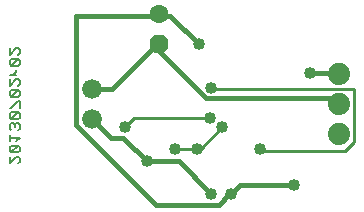
<source format=gbl>
G75*
G70*
%OFA0B0*%
%FSLAX24Y24*%
%IPPOS*%
%LPD*%
%AMOC8*
5,1,8,0,0,1.08239X$1,22.5*
%
%ADD10C,0.0060*%
%ADD11OC8,0.0630*%
%ADD12C,0.0630*%
%ADD13C,0.0660*%
%ADD14C,0.0740*%
%ADD15C,0.0100*%
%ADD16C,0.0400*%
%ADD17C,0.0160*%
D10*
X006863Y005054D02*
X007090Y005281D01*
X007147Y005281D01*
X007204Y005224D01*
X007204Y005111D01*
X007147Y005054D01*
X006863Y005054D02*
X006863Y005281D01*
X006920Y005422D02*
X007147Y005649D01*
X006920Y005649D01*
X006863Y005592D01*
X006863Y005479D01*
X006920Y005422D01*
X007147Y005422D01*
X007204Y005479D01*
X007204Y005592D01*
X007147Y005649D01*
X007090Y005790D02*
X007204Y005904D01*
X006863Y005904D01*
X006863Y006017D02*
X006863Y005790D01*
X006920Y006159D02*
X006863Y006215D01*
X006863Y006329D01*
X006920Y006386D01*
X006977Y006386D01*
X007033Y006329D01*
X007033Y006272D01*
X007033Y006329D02*
X007090Y006386D01*
X007147Y006386D01*
X007204Y006329D01*
X007204Y006215D01*
X007147Y006159D01*
X007147Y006527D02*
X006920Y006527D01*
X007147Y006754D01*
X006920Y006754D01*
X006863Y006697D01*
X006863Y006584D01*
X006920Y006527D01*
X007147Y006527D02*
X007204Y006584D01*
X007204Y006697D01*
X007147Y006754D01*
X007204Y006895D02*
X007204Y007122D01*
X007147Y007122D01*
X006920Y006895D01*
X006863Y006895D01*
X006920Y007264D02*
X007147Y007491D01*
X006920Y007491D01*
X006863Y007434D01*
X006863Y007320D01*
X006920Y007264D01*
X007147Y007264D01*
X007204Y007320D01*
X007204Y007434D01*
X007147Y007491D01*
X007147Y007632D02*
X007204Y007689D01*
X007204Y007802D01*
X007147Y007859D01*
X007090Y007859D01*
X006863Y007632D01*
X006863Y007859D01*
X006863Y008000D02*
X007090Y008000D01*
X006977Y008000D02*
X007090Y008114D01*
X007090Y008170D01*
X007147Y008307D02*
X006920Y008307D01*
X007147Y008534D01*
X006920Y008534D01*
X006863Y008477D01*
X006863Y008364D01*
X006920Y008307D01*
X007147Y008307D02*
X007204Y008364D01*
X007204Y008477D01*
X007147Y008534D01*
X007147Y008676D02*
X007204Y008732D01*
X007204Y008846D01*
X007147Y008902D01*
X007090Y008902D01*
X006863Y008676D01*
X006863Y008902D01*
D11*
X011833Y009024D03*
D12*
X011833Y010024D03*
D13*
X009621Y007524D03*
X009621Y006524D03*
D14*
X017833Y007024D03*
X017833Y006024D03*
X017833Y008024D03*
D15*
X018333Y007524D02*
X013653Y007524D01*
X013593Y007584D01*
X013533Y006564D02*
X011013Y006564D01*
X010713Y006264D01*
X012393Y005544D02*
X013113Y005544D01*
X013233Y005544D01*
X013953Y006264D01*
X015213Y005544D02*
X015273Y005484D01*
X018033Y005484D01*
X018333Y005784D01*
X018333Y007524D01*
D16*
X016893Y008064D03*
X013593Y007584D03*
X013533Y006564D03*
X013953Y006264D03*
X013113Y005544D03*
X012393Y005544D03*
X011433Y005124D03*
X010713Y006264D03*
X015213Y005544D03*
X016353Y004344D03*
X014253Y004044D03*
X013593Y004044D03*
X013173Y009024D03*
D17*
X012213Y009984D01*
X011853Y009984D01*
X011833Y010024D01*
X011793Y009984D01*
X009093Y009984D01*
X009093Y006324D01*
X011733Y003684D01*
X013833Y003684D01*
X014193Y004044D01*
X014253Y004044D01*
X014553Y004344D01*
X016353Y004344D01*
X013593Y004044D02*
X012513Y005124D01*
X011433Y005124D01*
X010653Y005904D01*
X010233Y005904D01*
X009633Y006504D01*
X009621Y006524D01*
X009621Y007524D02*
X010293Y007524D01*
X011793Y009024D01*
X011833Y009024D01*
X011733Y008904D01*
X013413Y007224D01*
X017613Y007224D01*
X017793Y007044D01*
X017833Y007024D01*
X017833Y008024D02*
X017793Y008064D01*
X016893Y008064D01*
M02*

</source>
